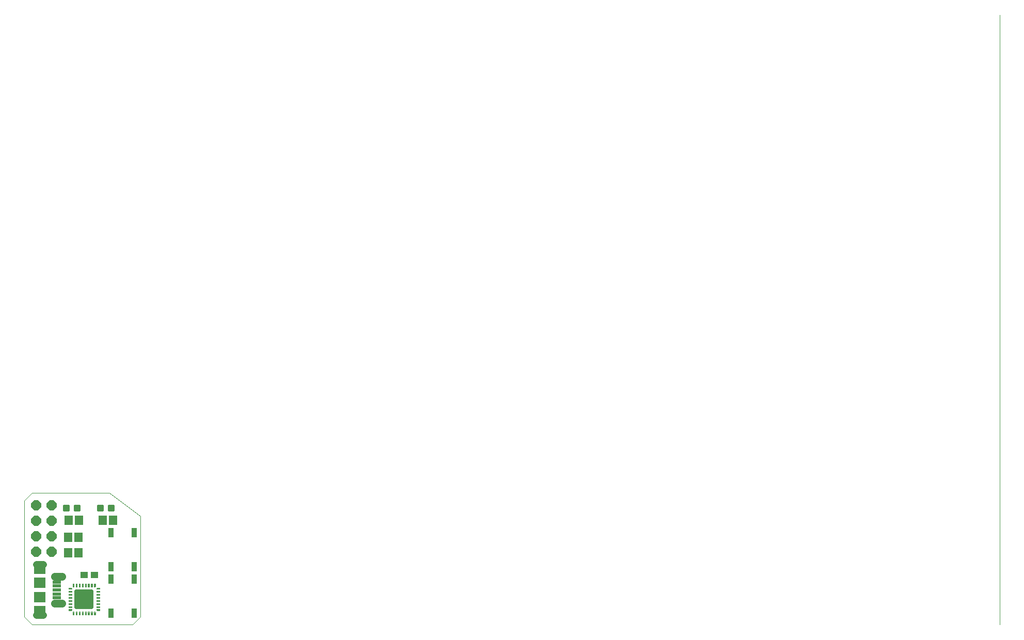
<source format=gts>
G75*
%MOIN*%
%OFA0B0*%
%FSLAX25Y25*%
%IPPOS*%
%LPD*%
%AMOC8*
5,1,8,0,0,1.08239X$1,22.5*
%
%ADD10C,0.00000*%
%ADD11R,0.04731X0.04337*%
%ADD12C,0.01301*%
%ADD13R,0.03400X0.06400*%
%ADD14C,0.01969*%
%ADD15C,0.00400*%
%ADD16OC8,0.06400*%
%ADD17R,0.05518X0.06306*%
%ADD18C,0.04762*%
%ADD19C,0.05156*%
%ADD20R,0.05715X0.01975*%
%ADD21R,0.07480X0.07087*%
%ADD22R,0.07480X0.06201*%
D10*
X0010300Y0011300D02*
X0010300Y0086300D01*
X0015300Y0091300D01*
X0065300Y0091300D01*
X0085300Y0076300D01*
X0085300Y0011300D01*
X0080300Y0006300D01*
X0015300Y0006300D01*
X0010300Y0011300D01*
X0640221Y0006300D02*
X0640221Y0400001D01*
D11*
X0055646Y0038300D03*
X0048954Y0038300D03*
D12*
X0045871Y0079982D02*
X0045871Y0083018D01*
X0045871Y0079982D02*
X0042835Y0079982D01*
X0042835Y0083018D01*
X0045871Y0083018D01*
X0045871Y0081282D02*
X0042835Y0081282D01*
X0042835Y0082582D02*
X0045871Y0082582D01*
X0038965Y0083018D02*
X0038965Y0079982D01*
X0035929Y0079982D01*
X0035929Y0083018D01*
X0038965Y0083018D01*
X0038965Y0081282D02*
X0035929Y0081282D01*
X0035929Y0082582D02*
X0038965Y0082582D01*
X0060865Y0083018D02*
X0060865Y0079982D01*
X0057829Y0079982D01*
X0057829Y0083018D01*
X0060865Y0083018D01*
X0060865Y0081282D02*
X0057829Y0081282D01*
X0057829Y0082582D02*
X0060865Y0082582D01*
X0067771Y0083018D02*
X0067771Y0079982D01*
X0064735Y0079982D01*
X0064735Y0083018D01*
X0067771Y0083018D01*
X0067771Y0081282D02*
X0064735Y0081282D01*
X0064735Y0082582D02*
X0067771Y0082582D01*
D13*
X0066300Y0065800D03*
X0081300Y0065800D03*
X0081300Y0043800D03*
X0081300Y0035800D03*
X0066300Y0035800D03*
X0066300Y0043800D03*
X0066300Y0013800D03*
X0081300Y0013800D03*
D14*
X0054017Y0017583D02*
X0043583Y0017583D01*
X0043583Y0028017D01*
X0054017Y0028017D01*
X0054017Y0017583D01*
X0054017Y0018102D02*
X0043583Y0018102D01*
X0043583Y0020069D02*
X0054017Y0020069D01*
X0054017Y0022036D02*
X0043583Y0022036D01*
X0043583Y0024003D02*
X0054017Y0024003D01*
X0054017Y0025970D02*
X0043583Y0025970D01*
X0043583Y0027937D02*
X0054017Y0027937D01*
D15*
X0056871Y0027820D02*
X0058839Y0027820D01*
X0058839Y0028115D02*
X0058839Y0027328D01*
X0056871Y0027328D01*
X0056871Y0028115D01*
X0058839Y0028115D01*
X0058839Y0027421D02*
X0056871Y0027421D01*
X0056871Y0026146D02*
X0058839Y0026146D01*
X0058839Y0025359D01*
X0056871Y0025359D01*
X0056871Y0026146D01*
X0056871Y0025827D02*
X0058839Y0025827D01*
X0058839Y0025429D02*
X0056871Y0025429D01*
X0056871Y0024178D02*
X0058839Y0024178D01*
X0058839Y0023391D01*
X0056871Y0023391D01*
X0056871Y0024178D01*
X0056871Y0023834D02*
X0058839Y0023834D01*
X0058839Y0023436D02*
X0056871Y0023436D01*
X0056871Y0022209D02*
X0058839Y0022209D01*
X0058839Y0021422D01*
X0056871Y0021422D01*
X0056871Y0022209D01*
X0056871Y0021842D02*
X0058839Y0021842D01*
X0058839Y0021443D02*
X0056871Y0021443D01*
X0056871Y0020241D02*
X0058839Y0020241D01*
X0058839Y0019454D01*
X0056871Y0019454D01*
X0056871Y0020241D01*
X0056871Y0019849D02*
X0058839Y0019849D01*
X0058839Y0018272D02*
X0058839Y0017485D01*
X0056871Y0017485D01*
X0056871Y0018272D01*
X0058839Y0018272D01*
X0058839Y0018255D02*
X0056871Y0018255D01*
X0056871Y0017857D02*
X0058839Y0017857D01*
X0058839Y0016304D02*
X0058839Y0015517D01*
X0057068Y0015517D01*
X0056871Y0015713D01*
X0056871Y0016304D01*
X0058839Y0016304D01*
X0058839Y0016263D02*
X0056871Y0016263D01*
X0056871Y0015864D02*
X0058839Y0015864D01*
X0056083Y0014532D02*
X0055887Y0014729D01*
X0055296Y0014729D01*
X0055296Y0012761D01*
X0056083Y0012761D01*
X0056083Y0014532D01*
X0055947Y0014669D02*
X0055296Y0014669D01*
X0055296Y0014270D02*
X0056083Y0014270D01*
X0056083Y0013872D02*
X0055296Y0013872D01*
X0055296Y0013473D02*
X0056083Y0013473D01*
X0056083Y0013075D02*
X0055296Y0013075D01*
X0054115Y0013075D02*
X0053328Y0013075D01*
X0053328Y0012761D02*
X0054115Y0012761D01*
X0054115Y0014729D01*
X0053328Y0014729D01*
X0053328Y0012761D01*
X0053328Y0013473D02*
X0054115Y0013473D01*
X0054115Y0013872D02*
X0053328Y0013872D01*
X0053328Y0014270D02*
X0054115Y0014270D01*
X0054115Y0014669D02*
X0053328Y0014669D01*
X0052146Y0014669D02*
X0051359Y0014669D01*
X0051359Y0014729D02*
X0052146Y0014729D01*
X0052146Y0012761D01*
X0051359Y0012761D01*
X0051359Y0014729D01*
X0051359Y0014270D02*
X0052146Y0014270D01*
X0052146Y0013872D02*
X0051359Y0013872D01*
X0051359Y0013473D02*
X0052146Y0013473D01*
X0052146Y0013075D02*
X0051359Y0013075D01*
X0050178Y0013075D02*
X0049391Y0013075D01*
X0049391Y0012761D02*
X0050178Y0012761D01*
X0050178Y0014729D01*
X0049391Y0014729D01*
X0049391Y0012761D01*
X0049391Y0013473D02*
X0050178Y0013473D01*
X0050178Y0013872D02*
X0049391Y0013872D01*
X0049391Y0014270D02*
X0050178Y0014270D01*
X0050178Y0014669D02*
X0049391Y0014669D01*
X0048209Y0014669D02*
X0047422Y0014669D01*
X0047422Y0014729D02*
X0048209Y0014729D01*
X0048209Y0012761D01*
X0047422Y0012761D01*
X0047422Y0014729D01*
X0047422Y0014270D02*
X0048209Y0014270D01*
X0048209Y0013872D02*
X0047422Y0013872D01*
X0047422Y0013473D02*
X0048209Y0013473D01*
X0048209Y0013075D02*
X0047422Y0013075D01*
X0046241Y0013075D02*
X0045454Y0013075D01*
X0045454Y0012761D02*
X0046241Y0012761D01*
X0046241Y0014729D01*
X0045454Y0014729D01*
X0045454Y0012761D01*
X0045454Y0013473D02*
X0046241Y0013473D01*
X0046241Y0013872D02*
X0045454Y0013872D01*
X0045454Y0014270D02*
X0046241Y0014270D01*
X0046241Y0014669D02*
X0045454Y0014669D01*
X0044272Y0014669D02*
X0043485Y0014669D01*
X0043485Y0014729D02*
X0044272Y0014729D01*
X0044272Y0012761D01*
X0043485Y0012761D01*
X0043485Y0014729D01*
X0043485Y0014270D02*
X0044272Y0014270D01*
X0044272Y0013872D02*
X0043485Y0013872D01*
X0043485Y0013473D02*
X0044272Y0013473D01*
X0044272Y0013075D02*
X0043485Y0013075D01*
X0042304Y0013075D02*
X0041517Y0013075D01*
X0041517Y0012761D02*
X0042304Y0012761D01*
X0042304Y0014729D01*
X0041713Y0014729D01*
X0041517Y0014532D01*
X0041517Y0012761D01*
X0041517Y0013473D02*
X0042304Y0013473D01*
X0042304Y0013872D02*
X0041517Y0013872D01*
X0041517Y0014270D02*
X0042304Y0014270D01*
X0042304Y0014669D02*
X0041653Y0014669D01*
X0040729Y0015713D02*
X0040729Y0016304D01*
X0038761Y0016304D01*
X0038761Y0015517D01*
X0040532Y0015517D01*
X0040729Y0015713D01*
X0040729Y0015864D02*
X0038761Y0015864D01*
X0038761Y0016263D02*
X0040729Y0016263D01*
X0040729Y0017485D02*
X0038761Y0017485D01*
X0038761Y0018272D01*
X0040729Y0018272D01*
X0040729Y0017485D01*
X0040729Y0017857D02*
X0038761Y0017857D01*
X0038761Y0018255D02*
X0040729Y0018255D01*
X0040729Y0019454D02*
X0038761Y0019454D01*
X0038761Y0020241D01*
X0040729Y0020241D01*
X0040729Y0019454D01*
X0040729Y0019849D02*
X0038761Y0019849D01*
X0038761Y0021422D02*
X0038761Y0022209D01*
X0040729Y0022209D01*
X0040729Y0021422D01*
X0038761Y0021422D01*
X0038761Y0021443D02*
X0040729Y0021443D01*
X0040729Y0021842D02*
X0038761Y0021842D01*
X0038761Y0023391D02*
X0038761Y0024178D01*
X0040729Y0024178D01*
X0040729Y0023391D01*
X0038761Y0023391D01*
X0038761Y0023436D02*
X0040729Y0023436D01*
X0040729Y0023834D02*
X0038761Y0023834D01*
X0038761Y0025359D02*
X0038761Y0026146D01*
X0040729Y0026146D01*
X0040729Y0025359D01*
X0038761Y0025359D01*
X0038761Y0025429D02*
X0040729Y0025429D01*
X0040729Y0025827D02*
X0038761Y0025827D01*
X0038761Y0027328D02*
X0038761Y0028115D01*
X0040729Y0028115D01*
X0040729Y0027328D01*
X0038761Y0027328D01*
X0038761Y0027421D02*
X0040729Y0027421D01*
X0040729Y0027820D02*
X0038761Y0027820D01*
X0038761Y0029296D02*
X0038761Y0030083D01*
X0040532Y0030083D01*
X0040729Y0029887D01*
X0040729Y0029296D01*
X0038761Y0029296D01*
X0038761Y0029414D02*
X0040729Y0029414D01*
X0040729Y0029812D02*
X0038761Y0029812D01*
X0041517Y0031068D02*
X0041713Y0030871D01*
X0042304Y0030871D01*
X0042304Y0032839D01*
X0041517Y0032839D01*
X0041517Y0031068D01*
X0041577Y0031008D02*
X0042304Y0031008D01*
X0042304Y0031406D02*
X0041517Y0031406D01*
X0041517Y0031805D02*
X0042304Y0031805D01*
X0042304Y0032203D02*
X0041517Y0032203D01*
X0041517Y0032602D02*
X0042304Y0032602D01*
X0043485Y0032602D02*
X0044272Y0032602D01*
X0044272Y0032839D02*
X0043485Y0032839D01*
X0043485Y0030871D01*
X0044272Y0030871D01*
X0044272Y0032839D01*
X0044272Y0032203D02*
X0043485Y0032203D01*
X0043485Y0031805D02*
X0044272Y0031805D01*
X0044272Y0031406D02*
X0043485Y0031406D01*
X0043485Y0031008D02*
X0044272Y0031008D01*
X0045454Y0031008D02*
X0046241Y0031008D01*
X0046241Y0030871D02*
X0045454Y0030871D01*
X0045454Y0032839D01*
X0046241Y0032839D01*
X0046241Y0030871D01*
X0046241Y0031406D02*
X0045454Y0031406D01*
X0045454Y0031805D02*
X0046241Y0031805D01*
X0046241Y0032203D02*
X0045454Y0032203D01*
X0045454Y0032602D02*
X0046241Y0032602D01*
X0047422Y0032602D02*
X0048209Y0032602D01*
X0048209Y0032839D02*
X0047422Y0032839D01*
X0047422Y0030871D01*
X0048209Y0030871D01*
X0048209Y0032839D01*
X0048209Y0032203D02*
X0047422Y0032203D01*
X0047422Y0031805D02*
X0048209Y0031805D01*
X0048209Y0031406D02*
X0047422Y0031406D01*
X0047422Y0031008D02*
X0048209Y0031008D01*
X0049391Y0031008D02*
X0050178Y0031008D01*
X0050178Y0030871D02*
X0049391Y0030871D01*
X0049391Y0032839D01*
X0050178Y0032839D01*
X0050178Y0030871D01*
X0050178Y0031406D02*
X0049391Y0031406D01*
X0049391Y0031805D02*
X0050178Y0031805D01*
X0050178Y0032203D02*
X0049391Y0032203D01*
X0049391Y0032602D02*
X0050178Y0032602D01*
X0051359Y0032602D02*
X0052146Y0032602D01*
X0052146Y0032839D02*
X0051359Y0032839D01*
X0051359Y0030871D01*
X0052146Y0030871D01*
X0052146Y0032839D01*
X0052146Y0032203D02*
X0051359Y0032203D01*
X0051359Y0031805D02*
X0052146Y0031805D01*
X0052146Y0031406D02*
X0051359Y0031406D01*
X0051359Y0031008D02*
X0052146Y0031008D01*
X0053328Y0031008D02*
X0054115Y0031008D01*
X0054115Y0030871D02*
X0053328Y0030871D01*
X0053328Y0032839D01*
X0054115Y0032839D01*
X0054115Y0030871D01*
X0054115Y0031406D02*
X0053328Y0031406D01*
X0053328Y0031805D02*
X0054115Y0031805D01*
X0054115Y0032203D02*
X0053328Y0032203D01*
X0053328Y0032602D02*
X0054115Y0032602D01*
X0055296Y0032602D02*
X0056083Y0032602D01*
X0056083Y0032839D02*
X0055296Y0032839D01*
X0055296Y0030871D01*
X0055887Y0030871D01*
X0056083Y0031068D01*
X0056083Y0032839D01*
X0056083Y0032203D02*
X0055296Y0032203D01*
X0055296Y0031805D02*
X0056083Y0031805D01*
X0056083Y0031406D02*
X0055296Y0031406D01*
X0055296Y0031008D02*
X0056023Y0031008D01*
X0057068Y0030083D02*
X0056871Y0029887D01*
X0056871Y0029296D01*
X0058839Y0029296D01*
X0058839Y0030083D01*
X0057068Y0030083D01*
X0056871Y0029812D02*
X0058839Y0029812D01*
X0058839Y0029414D02*
X0056871Y0029414D01*
D16*
X0027800Y0053300D03*
X0027800Y0063300D03*
X0017800Y0063300D03*
X0017800Y0053300D03*
X0017800Y0073300D03*
X0017800Y0083300D03*
X0027800Y0083300D03*
X0027800Y0073300D03*
D17*
X0038754Y0073800D03*
X0045446Y0073800D03*
X0060854Y0073700D03*
X0067546Y0073700D03*
X0045146Y0062800D03*
X0038454Y0062800D03*
X0038454Y0052800D03*
X0045146Y0052800D03*
D18*
X0022481Y0045237D02*
X0018119Y0045237D01*
X0018119Y0012363D02*
X0022481Y0012363D01*
D19*
X0029733Y0020040D02*
X0034489Y0020040D01*
X0034489Y0037560D02*
X0029733Y0037560D01*
D20*
X0031324Y0033918D03*
X0031324Y0031359D03*
X0031324Y0028800D03*
X0031324Y0026241D03*
X0031324Y0023682D03*
D21*
X0020300Y0024272D03*
X0020300Y0033328D03*
D22*
X0020300Y0042137D03*
X0020300Y0015463D03*
M02*

</source>
